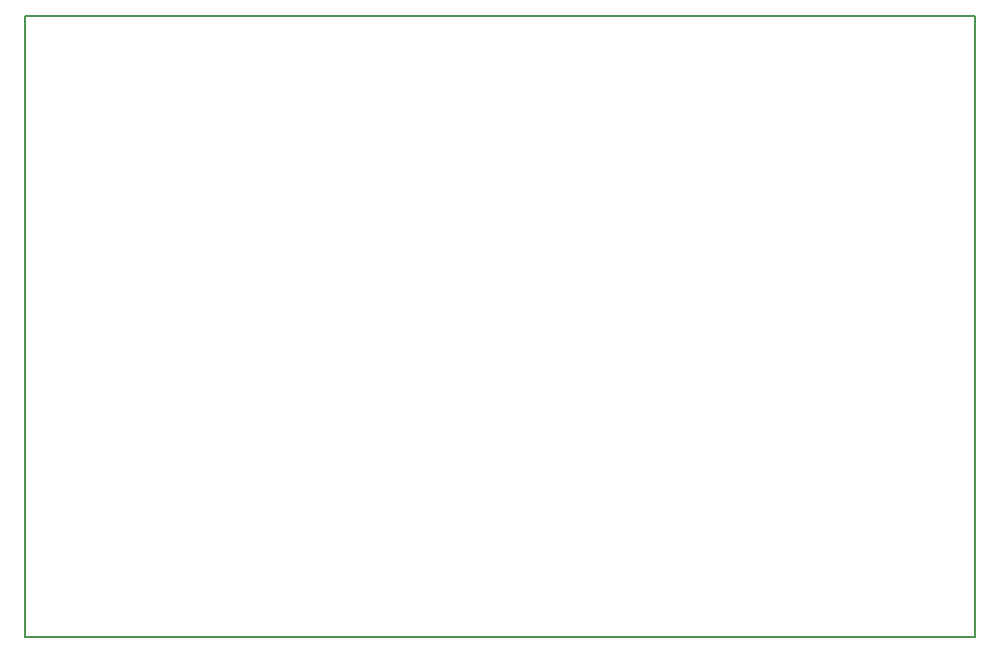
<source format=gbr>
G04 #@! TF.GenerationSoftware,KiCad,Pcbnew,6.0.0-unknown*
G04 #@! TF.CreationDate,2019-06-26T08:34:25-07:00*
G04 #@! TF.ProjectId,IOT-LORA,494f542d-4c4f-4524-912e-6b696361645f,rev?*
G04 #@! TF.SameCoordinates,Original*
G04 #@! TF.FileFunction,Profile,NP*
%FSLAX46Y46*%
G04 Gerber Fmt 4.6, Leading zero omitted, Abs format (unit mm)*
G04 Created by KiCad (PCBNEW 6.0.0-unknown) date 2019-06-26 08:34:25*
%MOMM*%
%LPD*%
G04 APERTURE LIST*
%ADD10C,0.150000*%
G04 APERTURE END LIST*
D10*
X110250000Y-127250000D02*
X110250000Y-74750000D01*
X190750000Y-127250000D02*
X110250000Y-127250000D01*
X190750000Y-74750000D02*
X190750000Y-127250000D01*
X110250000Y-74750000D02*
X190750000Y-74750000D01*
M02*

</source>
